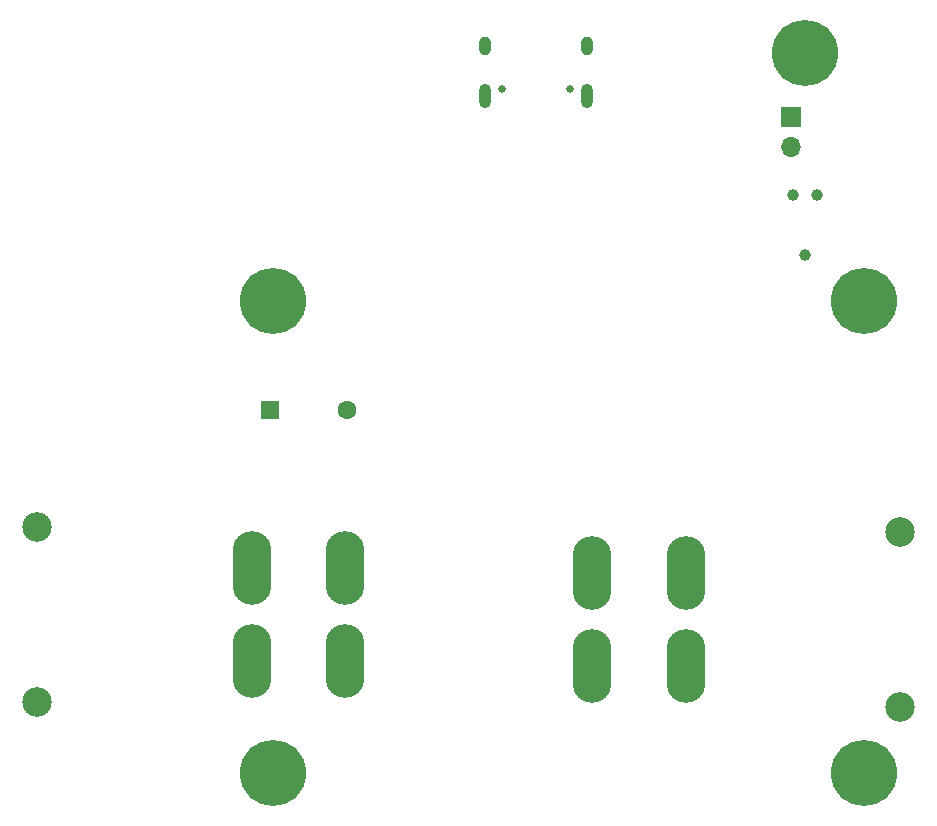
<source format=gbr>
%TF.GenerationSoftware,KiCad,Pcbnew,(6.99.0-874-g7b84e0a7d9-dirty)*%
%TF.CreationDate,2022-02-16T19:00:38-05:00*%
%TF.ProjectId,MotorcycleBatterIsolator,4d6f746f-7263-4796-936c-654261747465,rev?*%
%TF.SameCoordinates,Original*%
%TF.FileFunction,Soldermask,Bot*%
%TF.FilePolarity,Negative*%
%FSLAX46Y46*%
G04 Gerber Fmt 4.6, Leading zero omitted, Abs format (unit mm)*
G04 Created by KiCad (PCBNEW (6.99.0-874-g7b84e0a7d9-dirty)) date 2022-02-16 19:00:38*
%MOMM*%
%LPD*%
G01*
G04 APERTURE LIST*
%ADD10C,5.600000*%
%ADD11C,0.650000*%
%ADD12O,1.000000X2.100000*%
%ADD13O,1.000000X1.600000*%
%ADD14O,3.270000X6.230000*%
%ADD15C,2.500000*%
%ADD16R,1.600000X1.600000*%
%ADD17C,1.600000*%
%ADD18R,1.700000X1.700000*%
%ADD19O,1.700000X1.700000*%
%ADD20C,0.990600*%
G04 APERTURE END LIST*
D10*
%TO.C,H4*%
X108000000Y-127000000D03*
%TD*%
D11*
%TO.C,J5*%
X133140000Y-109100000D03*
X127360000Y-109100000D03*
D12*
X134569999Y-109629999D03*
D13*
X134569999Y-105449999D03*
D12*
X125929999Y-109629999D03*
D13*
X125929999Y-105449999D03*
%TD*%
D14*
%TO.C,J1*%
X114117499Y-157499999D03*
X106197499Y-157499999D03*
X114117499Y-149599999D03*
X106197499Y-149599999D03*
D15*
X88017500Y-160940000D03*
X88017500Y-146160000D03*
%TD*%
D10*
%TO.C,H2*%
X153000000Y-106000000D03*
%TD*%
D16*
%TO.C,BZ1*%
X107749999Y-136249999D03*
D17*
X114250000Y-136250000D03*
%TD*%
D10*
%TO.C,H3*%
X158000000Y-167000000D03*
%TD*%
%TO.C,H5*%
X158000000Y-127000000D03*
%TD*%
D18*
%TO.C,TH1*%
X151874999Y-111474999D03*
D19*
X151874999Y-114014999D03*
%TD*%
D14*
%TO.C,J4*%
X134999999Y-150049999D03*
X142919999Y-150049999D03*
X134999999Y-157949999D03*
X142919999Y-157949999D03*
D15*
X161100000Y-146610000D03*
X161100000Y-161390000D03*
%TD*%
D10*
%TO.C,H1*%
X108000000Y-167000000D03*
%TD*%
D20*
%TO.C,J3*%
X153000000Y-123100000D03*
X151984000Y-118020000D03*
X154016000Y-118020000D03*
%TD*%
M02*

</source>
